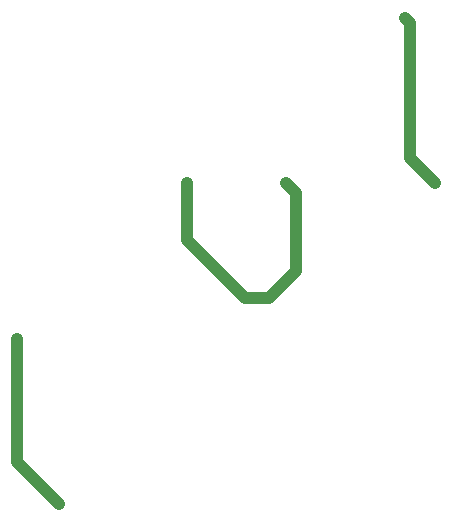
<source format=gbp>
G04 Layer: BottomPasteMaskLayer*
G04 EasyEDA v6.4.19.4, 2021-09-27T21:18:42+08:00*
G04 328f29077b91436ca96412054b8b6626,119f753a6ce64b8d841f2ad33262ab0c,10*
G04 Gerber Generator version 0.2*
G04 Scale: 100 percent, Rotated: No, Reflected: No *
G04 Dimensions in millimeters *
G04 leading zeros omitted , absolute positions ,4 integer and 5 decimal *
%FSLAX45Y45*%
%MOMM*%

%ADD13C,1.0000*%

%LPD*%
D13*
X2222500Y2921000D02*
G01*
X1866900Y3276600D01*
X1866900Y4216400D01*
X1866900Y4318000D01*
X5194300Y6769100D02*
G01*
X5194300Y6993869D01*
X5152948Y7035220D01*
X3306097Y5631992D02*
G01*
X3306097Y5152102D01*
X3797317Y4660882D01*
X4000505Y4660882D01*
X4146100Y5631992D02*
G01*
X4229100Y5548993D01*
X4229100Y4889484D01*
X4000500Y4660884D01*
X5406136Y5631942D02*
G01*
X5194300Y5843778D01*
X5194300Y6769100D01*
X5194300Y6769100D02*
G01*
X5194300Y6896100D01*
M02*

</source>
